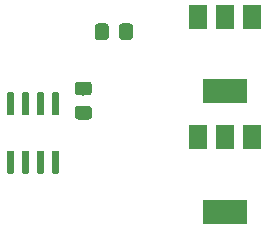
<source format=gbr>
G04 #@! TF.GenerationSoftware,KiCad,Pcbnew,(5.1.4)-1*
G04 #@! TF.CreationDate,2020-03-24T16:39:45-06:00*
G04 #@! TF.ProjectId,Laser_Stripe_Sensor,4c617365-725f-4537-9472-6970655f5365,rev?*
G04 #@! TF.SameCoordinates,Original*
G04 #@! TF.FileFunction,Paste,Bot*
G04 #@! TF.FilePolarity,Positive*
%FSLAX46Y46*%
G04 Gerber Fmt 4.6, Leading zero omitted, Abs format (unit mm)*
G04 Created by KiCad (PCBNEW (5.1.4)-1) date 2020-03-24 16:39:45*
%MOMM*%
%LPD*%
G04 APERTURE LIST*
%ADD10R,1.500000X2.000000*%
%ADD11R,3.800000X2.000000*%
%ADD12C,0.100000*%
%ADD13C,0.600000*%
%ADD14C,1.150000*%
G04 APERTURE END LIST*
D10*
X164324000Y-98552000D03*
X168924000Y-98552000D03*
X166624000Y-98552000D03*
D11*
X166624000Y-104852000D03*
D10*
X164324000Y-108762000D03*
X168924000Y-108762000D03*
X166624000Y-108762000D03*
D11*
X166624000Y-115062000D03*
D12*
G36*
X148627703Y-109893722D02*
G01*
X148642264Y-109895882D01*
X148656543Y-109899459D01*
X148670403Y-109904418D01*
X148683710Y-109910712D01*
X148696336Y-109918280D01*
X148708159Y-109927048D01*
X148719066Y-109936934D01*
X148728952Y-109947841D01*
X148737720Y-109959664D01*
X148745288Y-109972290D01*
X148751582Y-109985597D01*
X148756541Y-109999457D01*
X148760118Y-110013736D01*
X148762278Y-110028297D01*
X148763000Y-110043000D01*
X148763000Y-111693000D01*
X148762278Y-111707703D01*
X148760118Y-111722264D01*
X148756541Y-111736543D01*
X148751582Y-111750403D01*
X148745288Y-111763710D01*
X148737720Y-111776336D01*
X148728952Y-111788159D01*
X148719066Y-111799066D01*
X148708159Y-111808952D01*
X148696336Y-111817720D01*
X148683710Y-111825288D01*
X148670403Y-111831582D01*
X148656543Y-111836541D01*
X148642264Y-111840118D01*
X148627703Y-111842278D01*
X148613000Y-111843000D01*
X148313000Y-111843000D01*
X148298297Y-111842278D01*
X148283736Y-111840118D01*
X148269457Y-111836541D01*
X148255597Y-111831582D01*
X148242290Y-111825288D01*
X148229664Y-111817720D01*
X148217841Y-111808952D01*
X148206934Y-111799066D01*
X148197048Y-111788159D01*
X148188280Y-111776336D01*
X148180712Y-111763710D01*
X148174418Y-111750403D01*
X148169459Y-111736543D01*
X148165882Y-111722264D01*
X148163722Y-111707703D01*
X148163000Y-111693000D01*
X148163000Y-110043000D01*
X148163722Y-110028297D01*
X148165882Y-110013736D01*
X148169459Y-109999457D01*
X148174418Y-109985597D01*
X148180712Y-109972290D01*
X148188280Y-109959664D01*
X148197048Y-109947841D01*
X148206934Y-109936934D01*
X148217841Y-109927048D01*
X148229664Y-109918280D01*
X148242290Y-109910712D01*
X148255597Y-109904418D01*
X148269457Y-109899459D01*
X148283736Y-109895882D01*
X148298297Y-109893722D01*
X148313000Y-109893000D01*
X148613000Y-109893000D01*
X148627703Y-109893722D01*
X148627703Y-109893722D01*
G37*
D13*
X148463000Y-110868000D03*
D12*
G36*
X149897703Y-109893722D02*
G01*
X149912264Y-109895882D01*
X149926543Y-109899459D01*
X149940403Y-109904418D01*
X149953710Y-109910712D01*
X149966336Y-109918280D01*
X149978159Y-109927048D01*
X149989066Y-109936934D01*
X149998952Y-109947841D01*
X150007720Y-109959664D01*
X150015288Y-109972290D01*
X150021582Y-109985597D01*
X150026541Y-109999457D01*
X150030118Y-110013736D01*
X150032278Y-110028297D01*
X150033000Y-110043000D01*
X150033000Y-111693000D01*
X150032278Y-111707703D01*
X150030118Y-111722264D01*
X150026541Y-111736543D01*
X150021582Y-111750403D01*
X150015288Y-111763710D01*
X150007720Y-111776336D01*
X149998952Y-111788159D01*
X149989066Y-111799066D01*
X149978159Y-111808952D01*
X149966336Y-111817720D01*
X149953710Y-111825288D01*
X149940403Y-111831582D01*
X149926543Y-111836541D01*
X149912264Y-111840118D01*
X149897703Y-111842278D01*
X149883000Y-111843000D01*
X149583000Y-111843000D01*
X149568297Y-111842278D01*
X149553736Y-111840118D01*
X149539457Y-111836541D01*
X149525597Y-111831582D01*
X149512290Y-111825288D01*
X149499664Y-111817720D01*
X149487841Y-111808952D01*
X149476934Y-111799066D01*
X149467048Y-111788159D01*
X149458280Y-111776336D01*
X149450712Y-111763710D01*
X149444418Y-111750403D01*
X149439459Y-111736543D01*
X149435882Y-111722264D01*
X149433722Y-111707703D01*
X149433000Y-111693000D01*
X149433000Y-110043000D01*
X149433722Y-110028297D01*
X149435882Y-110013736D01*
X149439459Y-109999457D01*
X149444418Y-109985597D01*
X149450712Y-109972290D01*
X149458280Y-109959664D01*
X149467048Y-109947841D01*
X149476934Y-109936934D01*
X149487841Y-109927048D01*
X149499664Y-109918280D01*
X149512290Y-109910712D01*
X149525597Y-109904418D01*
X149539457Y-109899459D01*
X149553736Y-109895882D01*
X149568297Y-109893722D01*
X149583000Y-109893000D01*
X149883000Y-109893000D01*
X149897703Y-109893722D01*
X149897703Y-109893722D01*
G37*
D13*
X149733000Y-110868000D03*
D12*
G36*
X151167703Y-109893722D02*
G01*
X151182264Y-109895882D01*
X151196543Y-109899459D01*
X151210403Y-109904418D01*
X151223710Y-109910712D01*
X151236336Y-109918280D01*
X151248159Y-109927048D01*
X151259066Y-109936934D01*
X151268952Y-109947841D01*
X151277720Y-109959664D01*
X151285288Y-109972290D01*
X151291582Y-109985597D01*
X151296541Y-109999457D01*
X151300118Y-110013736D01*
X151302278Y-110028297D01*
X151303000Y-110043000D01*
X151303000Y-111693000D01*
X151302278Y-111707703D01*
X151300118Y-111722264D01*
X151296541Y-111736543D01*
X151291582Y-111750403D01*
X151285288Y-111763710D01*
X151277720Y-111776336D01*
X151268952Y-111788159D01*
X151259066Y-111799066D01*
X151248159Y-111808952D01*
X151236336Y-111817720D01*
X151223710Y-111825288D01*
X151210403Y-111831582D01*
X151196543Y-111836541D01*
X151182264Y-111840118D01*
X151167703Y-111842278D01*
X151153000Y-111843000D01*
X150853000Y-111843000D01*
X150838297Y-111842278D01*
X150823736Y-111840118D01*
X150809457Y-111836541D01*
X150795597Y-111831582D01*
X150782290Y-111825288D01*
X150769664Y-111817720D01*
X150757841Y-111808952D01*
X150746934Y-111799066D01*
X150737048Y-111788159D01*
X150728280Y-111776336D01*
X150720712Y-111763710D01*
X150714418Y-111750403D01*
X150709459Y-111736543D01*
X150705882Y-111722264D01*
X150703722Y-111707703D01*
X150703000Y-111693000D01*
X150703000Y-110043000D01*
X150703722Y-110028297D01*
X150705882Y-110013736D01*
X150709459Y-109999457D01*
X150714418Y-109985597D01*
X150720712Y-109972290D01*
X150728280Y-109959664D01*
X150737048Y-109947841D01*
X150746934Y-109936934D01*
X150757841Y-109927048D01*
X150769664Y-109918280D01*
X150782290Y-109910712D01*
X150795597Y-109904418D01*
X150809457Y-109899459D01*
X150823736Y-109895882D01*
X150838297Y-109893722D01*
X150853000Y-109893000D01*
X151153000Y-109893000D01*
X151167703Y-109893722D01*
X151167703Y-109893722D01*
G37*
D13*
X151003000Y-110868000D03*
D12*
G36*
X152437703Y-109893722D02*
G01*
X152452264Y-109895882D01*
X152466543Y-109899459D01*
X152480403Y-109904418D01*
X152493710Y-109910712D01*
X152506336Y-109918280D01*
X152518159Y-109927048D01*
X152529066Y-109936934D01*
X152538952Y-109947841D01*
X152547720Y-109959664D01*
X152555288Y-109972290D01*
X152561582Y-109985597D01*
X152566541Y-109999457D01*
X152570118Y-110013736D01*
X152572278Y-110028297D01*
X152573000Y-110043000D01*
X152573000Y-111693000D01*
X152572278Y-111707703D01*
X152570118Y-111722264D01*
X152566541Y-111736543D01*
X152561582Y-111750403D01*
X152555288Y-111763710D01*
X152547720Y-111776336D01*
X152538952Y-111788159D01*
X152529066Y-111799066D01*
X152518159Y-111808952D01*
X152506336Y-111817720D01*
X152493710Y-111825288D01*
X152480403Y-111831582D01*
X152466543Y-111836541D01*
X152452264Y-111840118D01*
X152437703Y-111842278D01*
X152423000Y-111843000D01*
X152123000Y-111843000D01*
X152108297Y-111842278D01*
X152093736Y-111840118D01*
X152079457Y-111836541D01*
X152065597Y-111831582D01*
X152052290Y-111825288D01*
X152039664Y-111817720D01*
X152027841Y-111808952D01*
X152016934Y-111799066D01*
X152007048Y-111788159D01*
X151998280Y-111776336D01*
X151990712Y-111763710D01*
X151984418Y-111750403D01*
X151979459Y-111736543D01*
X151975882Y-111722264D01*
X151973722Y-111707703D01*
X151973000Y-111693000D01*
X151973000Y-110043000D01*
X151973722Y-110028297D01*
X151975882Y-110013736D01*
X151979459Y-109999457D01*
X151984418Y-109985597D01*
X151990712Y-109972290D01*
X151998280Y-109959664D01*
X152007048Y-109947841D01*
X152016934Y-109936934D01*
X152027841Y-109927048D01*
X152039664Y-109918280D01*
X152052290Y-109910712D01*
X152065597Y-109904418D01*
X152079457Y-109899459D01*
X152093736Y-109895882D01*
X152108297Y-109893722D01*
X152123000Y-109893000D01*
X152423000Y-109893000D01*
X152437703Y-109893722D01*
X152437703Y-109893722D01*
G37*
D13*
X152273000Y-110868000D03*
D12*
G36*
X152437703Y-104943722D02*
G01*
X152452264Y-104945882D01*
X152466543Y-104949459D01*
X152480403Y-104954418D01*
X152493710Y-104960712D01*
X152506336Y-104968280D01*
X152518159Y-104977048D01*
X152529066Y-104986934D01*
X152538952Y-104997841D01*
X152547720Y-105009664D01*
X152555288Y-105022290D01*
X152561582Y-105035597D01*
X152566541Y-105049457D01*
X152570118Y-105063736D01*
X152572278Y-105078297D01*
X152573000Y-105093000D01*
X152573000Y-106743000D01*
X152572278Y-106757703D01*
X152570118Y-106772264D01*
X152566541Y-106786543D01*
X152561582Y-106800403D01*
X152555288Y-106813710D01*
X152547720Y-106826336D01*
X152538952Y-106838159D01*
X152529066Y-106849066D01*
X152518159Y-106858952D01*
X152506336Y-106867720D01*
X152493710Y-106875288D01*
X152480403Y-106881582D01*
X152466543Y-106886541D01*
X152452264Y-106890118D01*
X152437703Y-106892278D01*
X152423000Y-106893000D01*
X152123000Y-106893000D01*
X152108297Y-106892278D01*
X152093736Y-106890118D01*
X152079457Y-106886541D01*
X152065597Y-106881582D01*
X152052290Y-106875288D01*
X152039664Y-106867720D01*
X152027841Y-106858952D01*
X152016934Y-106849066D01*
X152007048Y-106838159D01*
X151998280Y-106826336D01*
X151990712Y-106813710D01*
X151984418Y-106800403D01*
X151979459Y-106786543D01*
X151975882Y-106772264D01*
X151973722Y-106757703D01*
X151973000Y-106743000D01*
X151973000Y-105093000D01*
X151973722Y-105078297D01*
X151975882Y-105063736D01*
X151979459Y-105049457D01*
X151984418Y-105035597D01*
X151990712Y-105022290D01*
X151998280Y-105009664D01*
X152007048Y-104997841D01*
X152016934Y-104986934D01*
X152027841Y-104977048D01*
X152039664Y-104968280D01*
X152052290Y-104960712D01*
X152065597Y-104954418D01*
X152079457Y-104949459D01*
X152093736Y-104945882D01*
X152108297Y-104943722D01*
X152123000Y-104943000D01*
X152423000Y-104943000D01*
X152437703Y-104943722D01*
X152437703Y-104943722D01*
G37*
D13*
X152273000Y-105918000D03*
D12*
G36*
X151167703Y-104943722D02*
G01*
X151182264Y-104945882D01*
X151196543Y-104949459D01*
X151210403Y-104954418D01*
X151223710Y-104960712D01*
X151236336Y-104968280D01*
X151248159Y-104977048D01*
X151259066Y-104986934D01*
X151268952Y-104997841D01*
X151277720Y-105009664D01*
X151285288Y-105022290D01*
X151291582Y-105035597D01*
X151296541Y-105049457D01*
X151300118Y-105063736D01*
X151302278Y-105078297D01*
X151303000Y-105093000D01*
X151303000Y-106743000D01*
X151302278Y-106757703D01*
X151300118Y-106772264D01*
X151296541Y-106786543D01*
X151291582Y-106800403D01*
X151285288Y-106813710D01*
X151277720Y-106826336D01*
X151268952Y-106838159D01*
X151259066Y-106849066D01*
X151248159Y-106858952D01*
X151236336Y-106867720D01*
X151223710Y-106875288D01*
X151210403Y-106881582D01*
X151196543Y-106886541D01*
X151182264Y-106890118D01*
X151167703Y-106892278D01*
X151153000Y-106893000D01*
X150853000Y-106893000D01*
X150838297Y-106892278D01*
X150823736Y-106890118D01*
X150809457Y-106886541D01*
X150795597Y-106881582D01*
X150782290Y-106875288D01*
X150769664Y-106867720D01*
X150757841Y-106858952D01*
X150746934Y-106849066D01*
X150737048Y-106838159D01*
X150728280Y-106826336D01*
X150720712Y-106813710D01*
X150714418Y-106800403D01*
X150709459Y-106786543D01*
X150705882Y-106772264D01*
X150703722Y-106757703D01*
X150703000Y-106743000D01*
X150703000Y-105093000D01*
X150703722Y-105078297D01*
X150705882Y-105063736D01*
X150709459Y-105049457D01*
X150714418Y-105035597D01*
X150720712Y-105022290D01*
X150728280Y-105009664D01*
X150737048Y-104997841D01*
X150746934Y-104986934D01*
X150757841Y-104977048D01*
X150769664Y-104968280D01*
X150782290Y-104960712D01*
X150795597Y-104954418D01*
X150809457Y-104949459D01*
X150823736Y-104945882D01*
X150838297Y-104943722D01*
X150853000Y-104943000D01*
X151153000Y-104943000D01*
X151167703Y-104943722D01*
X151167703Y-104943722D01*
G37*
D13*
X151003000Y-105918000D03*
D12*
G36*
X149897703Y-104943722D02*
G01*
X149912264Y-104945882D01*
X149926543Y-104949459D01*
X149940403Y-104954418D01*
X149953710Y-104960712D01*
X149966336Y-104968280D01*
X149978159Y-104977048D01*
X149989066Y-104986934D01*
X149998952Y-104997841D01*
X150007720Y-105009664D01*
X150015288Y-105022290D01*
X150021582Y-105035597D01*
X150026541Y-105049457D01*
X150030118Y-105063736D01*
X150032278Y-105078297D01*
X150033000Y-105093000D01*
X150033000Y-106743000D01*
X150032278Y-106757703D01*
X150030118Y-106772264D01*
X150026541Y-106786543D01*
X150021582Y-106800403D01*
X150015288Y-106813710D01*
X150007720Y-106826336D01*
X149998952Y-106838159D01*
X149989066Y-106849066D01*
X149978159Y-106858952D01*
X149966336Y-106867720D01*
X149953710Y-106875288D01*
X149940403Y-106881582D01*
X149926543Y-106886541D01*
X149912264Y-106890118D01*
X149897703Y-106892278D01*
X149883000Y-106893000D01*
X149583000Y-106893000D01*
X149568297Y-106892278D01*
X149553736Y-106890118D01*
X149539457Y-106886541D01*
X149525597Y-106881582D01*
X149512290Y-106875288D01*
X149499664Y-106867720D01*
X149487841Y-106858952D01*
X149476934Y-106849066D01*
X149467048Y-106838159D01*
X149458280Y-106826336D01*
X149450712Y-106813710D01*
X149444418Y-106800403D01*
X149439459Y-106786543D01*
X149435882Y-106772264D01*
X149433722Y-106757703D01*
X149433000Y-106743000D01*
X149433000Y-105093000D01*
X149433722Y-105078297D01*
X149435882Y-105063736D01*
X149439459Y-105049457D01*
X149444418Y-105035597D01*
X149450712Y-105022290D01*
X149458280Y-105009664D01*
X149467048Y-104997841D01*
X149476934Y-104986934D01*
X149487841Y-104977048D01*
X149499664Y-104968280D01*
X149512290Y-104960712D01*
X149525597Y-104954418D01*
X149539457Y-104949459D01*
X149553736Y-104945882D01*
X149568297Y-104943722D01*
X149583000Y-104943000D01*
X149883000Y-104943000D01*
X149897703Y-104943722D01*
X149897703Y-104943722D01*
G37*
D13*
X149733000Y-105918000D03*
D12*
G36*
X148627703Y-104943722D02*
G01*
X148642264Y-104945882D01*
X148656543Y-104949459D01*
X148670403Y-104954418D01*
X148683710Y-104960712D01*
X148696336Y-104968280D01*
X148708159Y-104977048D01*
X148719066Y-104986934D01*
X148728952Y-104997841D01*
X148737720Y-105009664D01*
X148745288Y-105022290D01*
X148751582Y-105035597D01*
X148756541Y-105049457D01*
X148760118Y-105063736D01*
X148762278Y-105078297D01*
X148763000Y-105093000D01*
X148763000Y-106743000D01*
X148762278Y-106757703D01*
X148760118Y-106772264D01*
X148756541Y-106786543D01*
X148751582Y-106800403D01*
X148745288Y-106813710D01*
X148737720Y-106826336D01*
X148728952Y-106838159D01*
X148719066Y-106849066D01*
X148708159Y-106858952D01*
X148696336Y-106867720D01*
X148683710Y-106875288D01*
X148670403Y-106881582D01*
X148656543Y-106886541D01*
X148642264Y-106890118D01*
X148627703Y-106892278D01*
X148613000Y-106893000D01*
X148313000Y-106893000D01*
X148298297Y-106892278D01*
X148283736Y-106890118D01*
X148269457Y-106886541D01*
X148255597Y-106881582D01*
X148242290Y-106875288D01*
X148229664Y-106867720D01*
X148217841Y-106858952D01*
X148206934Y-106849066D01*
X148197048Y-106838159D01*
X148188280Y-106826336D01*
X148180712Y-106813710D01*
X148174418Y-106800403D01*
X148169459Y-106786543D01*
X148165882Y-106772264D01*
X148163722Y-106757703D01*
X148163000Y-106743000D01*
X148163000Y-105093000D01*
X148163722Y-105078297D01*
X148165882Y-105063736D01*
X148169459Y-105049457D01*
X148174418Y-105035597D01*
X148180712Y-105022290D01*
X148188280Y-105009664D01*
X148197048Y-104997841D01*
X148206934Y-104986934D01*
X148217841Y-104977048D01*
X148229664Y-104968280D01*
X148242290Y-104960712D01*
X148255597Y-104954418D01*
X148269457Y-104949459D01*
X148283736Y-104945882D01*
X148298297Y-104943722D01*
X148313000Y-104943000D01*
X148613000Y-104943000D01*
X148627703Y-104943722D01*
X148627703Y-104943722D01*
G37*
D13*
X148463000Y-105918000D03*
D12*
G36*
X158591505Y-99123204D02*
G01*
X158615773Y-99126804D01*
X158639572Y-99132765D01*
X158662671Y-99141030D01*
X158684850Y-99151520D01*
X158705893Y-99164132D01*
X158725599Y-99178747D01*
X158743777Y-99195223D01*
X158760253Y-99213401D01*
X158774868Y-99233107D01*
X158787480Y-99254150D01*
X158797970Y-99276329D01*
X158806235Y-99299428D01*
X158812196Y-99323227D01*
X158815796Y-99347495D01*
X158817000Y-99371999D01*
X158817000Y-100272001D01*
X158815796Y-100296505D01*
X158812196Y-100320773D01*
X158806235Y-100344572D01*
X158797970Y-100367671D01*
X158787480Y-100389850D01*
X158774868Y-100410893D01*
X158760253Y-100430599D01*
X158743777Y-100448777D01*
X158725599Y-100465253D01*
X158705893Y-100479868D01*
X158684850Y-100492480D01*
X158662671Y-100502970D01*
X158639572Y-100511235D01*
X158615773Y-100517196D01*
X158591505Y-100520796D01*
X158567001Y-100522000D01*
X157916999Y-100522000D01*
X157892495Y-100520796D01*
X157868227Y-100517196D01*
X157844428Y-100511235D01*
X157821329Y-100502970D01*
X157799150Y-100492480D01*
X157778107Y-100479868D01*
X157758401Y-100465253D01*
X157740223Y-100448777D01*
X157723747Y-100430599D01*
X157709132Y-100410893D01*
X157696520Y-100389850D01*
X157686030Y-100367671D01*
X157677765Y-100344572D01*
X157671804Y-100320773D01*
X157668204Y-100296505D01*
X157667000Y-100272001D01*
X157667000Y-99371999D01*
X157668204Y-99347495D01*
X157671804Y-99323227D01*
X157677765Y-99299428D01*
X157686030Y-99276329D01*
X157696520Y-99254150D01*
X157709132Y-99233107D01*
X157723747Y-99213401D01*
X157740223Y-99195223D01*
X157758401Y-99178747D01*
X157778107Y-99164132D01*
X157799150Y-99151520D01*
X157821329Y-99141030D01*
X157844428Y-99132765D01*
X157868227Y-99126804D01*
X157892495Y-99123204D01*
X157916999Y-99122000D01*
X158567001Y-99122000D01*
X158591505Y-99123204D01*
X158591505Y-99123204D01*
G37*
D14*
X158242000Y-99822000D03*
D12*
G36*
X156541505Y-99123204D02*
G01*
X156565773Y-99126804D01*
X156589572Y-99132765D01*
X156612671Y-99141030D01*
X156634850Y-99151520D01*
X156655893Y-99164132D01*
X156675599Y-99178747D01*
X156693777Y-99195223D01*
X156710253Y-99213401D01*
X156724868Y-99233107D01*
X156737480Y-99254150D01*
X156747970Y-99276329D01*
X156756235Y-99299428D01*
X156762196Y-99323227D01*
X156765796Y-99347495D01*
X156767000Y-99371999D01*
X156767000Y-100272001D01*
X156765796Y-100296505D01*
X156762196Y-100320773D01*
X156756235Y-100344572D01*
X156747970Y-100367671D01*
X156737480Y-100389850D01*
X156724868Y-100410893D01*
X156710253Y-100430599D01*
X156693777Y-100448777D01*
X156675599Y-100465253D01*
X156655893Y-100479868D01*
X156634850Y-100492480D01*
X156612671Y-100502970D01*
X156589572Y-100511235D01*
X156565773Y-100517196D01*
X156541505Y-100520796D01*
X156517001Y-100522000D01*
X155866999Y-100522000D01*
X155842495Y-100520796D01*
X155818227Y-100517196D01*
X155794428Y-100511235D01*
X155771329Y-100502970D01*
X155749150Y-100492480D01*
X155728107Y-100479868D01*
X155708401Y-100465253D01*
X155690223Y-100448777D01*
X155673747Y-100430599D01*
X155659132Y-100410893D01*
X155646520Y-100389850D01*
X155636030Y-100367671D01*
X155627765Y-100344572D01*
X155621804Y-100320773D01*
X155618204Y-100296505D01*
X155617000Y-100272001D01*
X155617000Y-99371999D01*
X155618204Y-99347495D01*
X155621804Y-99323227D01*
X155627765Y-99299428D01*
X155636030Y-99276329D01*
X155646520Y-99254150D01*
X155659132Y-99233107D01*
X155673747Y-99213401D01*
X155690223Y-99195223D01*
X155708401Y-99178747D01*
X155728107Y-99164132D01*
X155749150Y-99151520D01*
X155771329Y-99141030D01*
X155794428Y-99132765D01*
X155818227Y-99126804D01*
X155842495Y-99123204D01*
X155866999Y-99122000D01*
X156517001Y-99122000D01*
X156541505Y-99123204D01*
X156541505Y-99123204D01*
G37*
D14*
X156192000Y-99822000D03*
D12*
G36*
X155109705Y-104056204D02*
G01*
X155133973Y-104059804D01*
X155157772Y-104065765D01*
X155180871Y-104074030D01*
X155203050Y-104084520D01*
X155224093Y-104097132D01*
X155243799Y-104111747D01*
X155261977Y-104128223D01*
X155278453Y-104146401D01*
X155293068Y-104166107D01*
X155305680Y-104187150D01*
X155316170Y-104209329D01*
X155324435Y-104232428D01*
X155330396Y-104256227D01*
X155333996Y-104280495D01*
X155335200Y-104304999D01*
X155335200Y-104955001D01*
X155333996Y-104979505D01*
X155330396Y-105003773D01*
X155324435Y-105027572D01*
X155316170Y-105050671D01*
X155305680Y-105072850D01*
X155293068Y-105093893D01*
X155278453Y-105113599D01*
X155261977Y-105131777D01*
X155243799Y-105148253D01*
X155224093Y-105162868D01*
X155203050Y-105175480D01*
X155180871Y-105185970D01*
X155157772Y-105194235D01*
X155133973Y-105200196D01*
X155109705Y-105203796D01*
X155085201Y-105205000D01*
X154185199Y-105205000D01*
X154160695Y-105203796D01*
X154136427Y-105200196D01*
X154112628Y-105194235D01*
X154089529Y-105185970D01*
X154067350Y-105175480D01*
X154046307Y-105162868D01*
X154026601Y-105148253D01*
X154008423Y-105131777D01*
X153991947Y-105113599D01*
X153977332Y-105093893D01*
X153964720Y-105072850D01*
X153954230Y-105050671D01*
X153945965Y-105027572D01*
X153940004Y-105003773D01*
X153936404Y-104979505D01*
X153935200Y-104955001D01*
X153935200Y-104304999D01*
X153936404Y-104280495D01*
X153940004Y-104256227D01*
X153945965Y-104232428D01*
X153954230Y-104209329D01*
X153964720Y-104187150D01*
X153977332Y-104166107D01*
X153991947Y-104146401D01*
X154008423Y-104128223D01*
X154026601Y-104111747D01*
X154046307Y-104097132D01*
X154067350Y-104084520D01*
X154089529Y-104074030D01*
X154112628Y-104065765D01*
X154136427Y-104059804D01*
X154160695Y-104056204D01*
X154185199Y-104055000D01*
X155085201Y-104055000D01*
X155109705Y-104056204D01*
X155109705Y-104056204D01*
G37*
D14*
X154635200Y-104630000D03*
D12*
G36*
X155109705Y-106106204D02*
G01*
X155133973Y-106109804D01*
X155157772Y-106115765D01*
X155180871Y-106124030D01*
X155203050Y-106134520D01*
X155224093Y-106147132D01*
X155243799Y-106161747D01*
X155261977Y-106178223D01*
X155278453Y-106196401D01*
X155293068Y-106216107D01*
X155305680Y-106237150D01*
X155316170Y-106259329D01*
X155324435Y-106282428D01*
X155330396Y-106306227D01*
X155333996Y-106330495D01*
X155335200Y-106354999D01*
X155335200Y-107005001D01*
X155333996Y-107029505D01*
X155330396Y-107053773D01*
X155324435Y-107077572D01*
X155316170Y-107100671D01*
X155305680Y-107122850D01*
X155293068Y-107143893D01*
X155278453Y-107163599D01*
X155261977Y-107181777D01*
X155243799Y-107198253D01*
X155224093Y-107212868D01*
X155203050Y-107225480D01*
X155180871Y-107235970D01*
X155157772Y-107244235D01*
X155133973Y-107250196D01*
X155109705Y-107253796D01*
X155085201Y-107255000D01*
X154185199Y-107255000D01*
X154160695Y-107253796D01*
X154136427Y-107250196D01*
X154112628Y-107244235D01*
X154089529Y-107235970D01*
X154067350Y-107225480D01*
X154046307Y-107212868D01*
X154026601Y-107198253D01*
X154008423Y-107181777D01*
X153991947Y-107163599D01*
X153977332Y-107143893D01*
X153964720Y-107122850D01*
X153954230Y-107100671D01*
X153945965Y-107077572D01*
X153940004Y-107053773D01*
X153936404Y-107029505D01*
X153935200Y-107005001D01*
X153935200Y-106354999D01*
X153936404Y-106330495D01*
X153940004Y-106306227D01*
X153945965Y-106282428D01*
X153954230Y-106259329D01*
X153964720Y-106237150D01*
X153977332Y-106216107D01*
X153991947Y-106196401D01*
X154008423Y-106178223D01*
X154026601Y-106161747D01*
X154046307Y-106147132D01*
X154067350Y-106134520D01*
X154089529Y-106124030D01*
X154112628Y-106115765D01*
X154136427Y-106109804D01*
X154160695Y-106106204D01*
X154185199Y-106105000D01*
X155085201Y-106105000D01*
X155109705Y-106106204D01*
X155109705Y-106106204D01*
G37*
D14*
X154635200Y-106680000D03*
M02*

</source>
